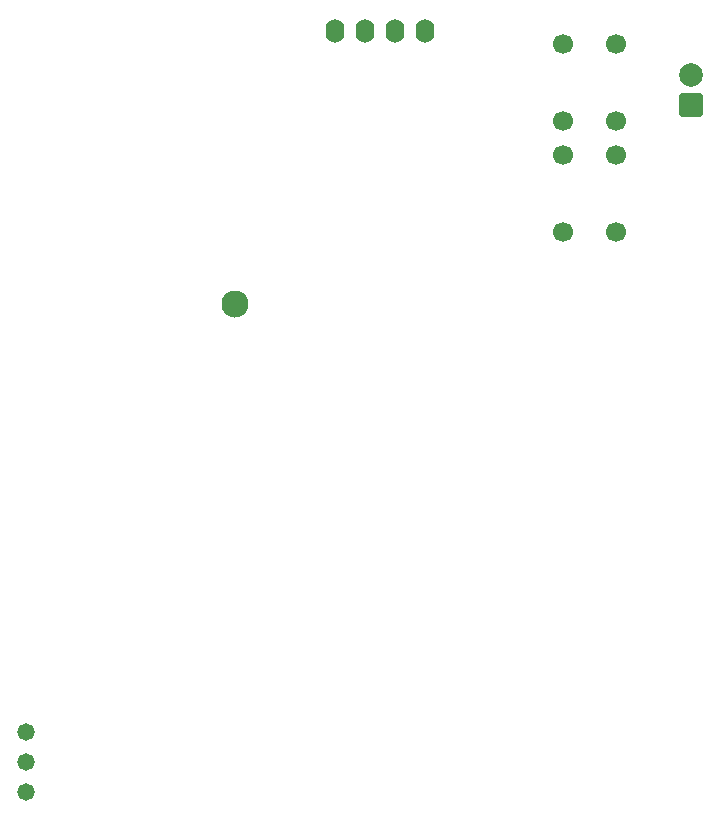
<source format=gbr>
%TF.GenerationSoftware,KiCad,Pcbnew,9.0.6*%
%TF.CreationDate,2026-01-26T20:42:43+01:00*%
%TF.ProjectId,hw,68772e6b-6963-4616-945f-706362585858,rev?*%
%TF.SameCoordinates,Original*%
%TF.FileFunction,Soldermask,Bot*%
%TF.FilePolarity,Negative*%
%FSLAX46Y46*%
G04 Gerber Fmt 4.6, Leading zero omitted, Abs format (unit mm)*
G04 Created by KiCad (PCBNEW 9.0.6) date 2026-01-26 20:42:43*
%MOMM*%
%LPD*%
G01*
G04 APERTURE LIST*
G04 Aperture macros list*
%AMRoundRect*
0 Rectangle with rounded corners*
0 $1 Rounding radius*
0 $2 $3 $4 $5 $6 $7 $8 $9 X,Y pos of 4 corners*
0 Add a 4 corners polygon primitive as box body*
4,1,4,$2,$3,$4,$5,$6,$7,$8,$9,$2,$3,0*
0 Add four circle primitives for the rounded corners*
1,1,$1+$1,$2,$3*
1,1,$1+$1,$4,$5*
1,1,$1+$1,$6,$7*
1,1,$1+$1,$8,$9*
0 Add four rect primitives between the rounded corners*
20,1,$1+$1,$2,$3,$4,$5,0*
20,1,$1+$1,$4,$5,$6,$7,0*
20,1,$1+$1,$6,$7,$8,$9,0*
20,1,$1+$1,$8,$9,$2,$3,0*%
G04 Aperture macros list end*
%ADD10C,1.700000*%
%ADD11RoundRect,0.250000X0.750000X-0.750000X0.750000X0.750000X-0.750000X0.750000X-0.750000X-0.750000X0*%
%ADD12C,2.000000*%
%ADD13C,1.473200*%
%ADD14O,1.600000X2.000000*%
%ADD15C,2.300000*%
G04 APERTURE END LIST*
D10*
%TO.C,SW3*%
X170230000Y-64688000D03*
X170230000Y-58188000D03*
X174730000Y-64688000D03*
X174730000Y-58188000D03*
%TD*%
D11*
%TO.C,J1*%
X181123500Y-63296000D03*
D12*
X181123500Y-60756001D03*
%TD*%
D13*
%TO.C,U3*%
X124789400Y-121457000D03*
X124789400Y-118917000D03*
X124789400Y-116377000D03*
%TD*%
D14*
%TO.C,OLED1*%
X150926000Y-57068000D03*
X153466000Y-57068000D03*
X156006000Y-57068000D03*
X158546000Y-57068000D03*
%TD*%
D10*
%TO.C,SW4*%
X170266000Y-74034000D03*
X170266000Y-67534000D03*
X174766000Y-74034000D03*
X174766000Y-67534000D03*
%TD*%
D15*
%TO.C,LED1*%
X142494000Y-80137000D03*
%TD*%
M02*

</source>
